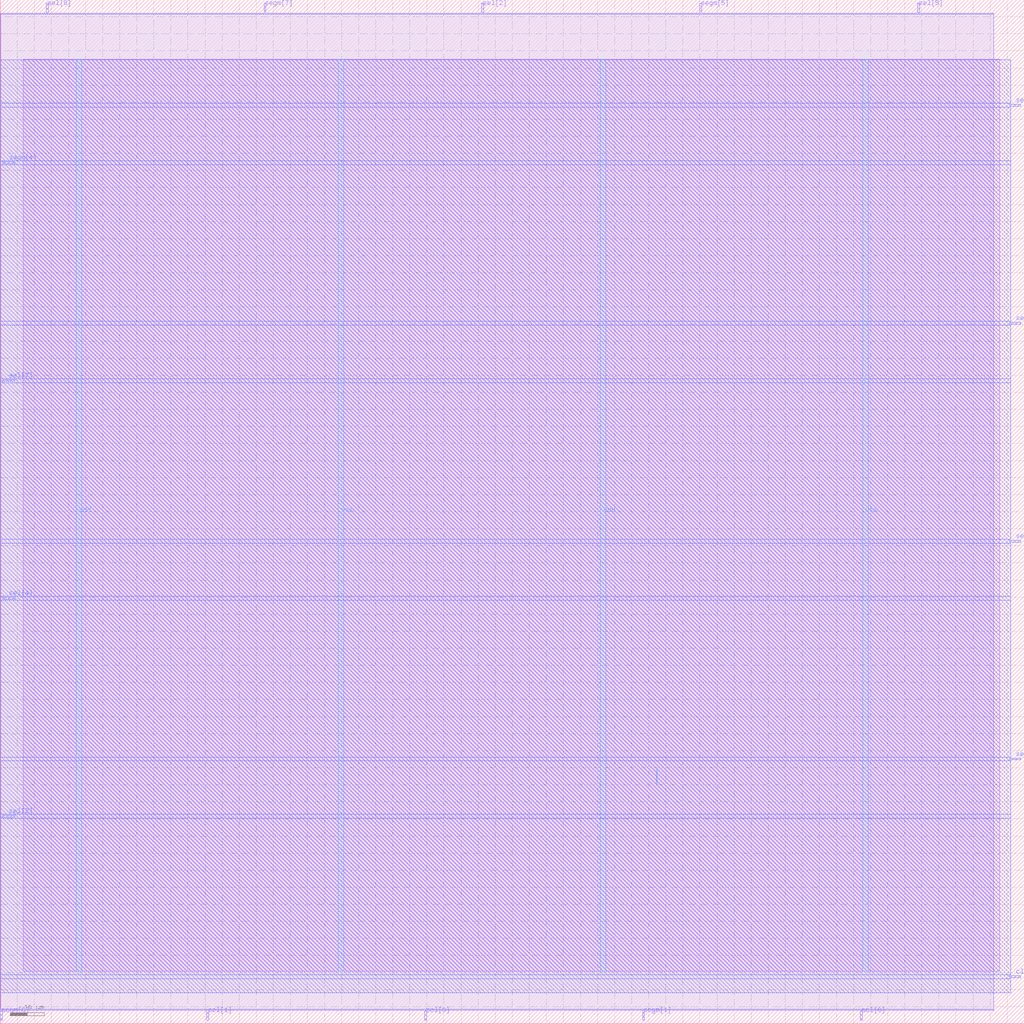
<source format=lef>
VERSION 5.7 ;
  NOWIREEXTENSIONATPIN ON ;
  DIVIDERCHAR "/" ;
  BUSBITCHARS "[]" ;
MACRO posoco2000
  CLASS BLOCK ;
  FOREIGN posoco2000 ;
  ORIGIN 0.000 0.000 ;
  SIZE 300.000 BY 300.000 ;
  PIN clk
    DIRECTION INPUT ;
    USE SIGNAL ;
    PORT
      LAYER Metal3 ;
        RECT 296.000 13.440 299.000 14.000 ;
    END
  END clk
  PIN segm[0]
    DIRECTION OUTPUT TRISTATE ;
    USE SIGNAL ;
    PORT
      LAYER Metal3 ;
        RECT 296.000 77.280 299.000 77.840 ;
    END
  END segm[0]
  PIN segm[1]
    DIRECTION OUTPUT TRISTATE ;
    USE SIGNAL ;
    PORT
      LAYER Metal2 ;
        RECT 188.160 1.000 188.720 4.000 ;
    END
  END segm[1]
  PIN segm[2]
    DIRECTION OUTPUT TRISTATE ;
    USE SIGNAL ;
    PORT
      LAYER Metal3 ;
        RECT 296.000 204.960 299.000 205.520 ;
    END
  END segm[2]
  PIN segm[3]
    DIRECTION OUTPUT TRISTATE ;
    USE SIGNAL ;
    PORT
      LAYER Metal3 ;
        RECT 296.000 268.800 299.000 269.360 ;
    END
  END segm[3]
  PIN segm[4]
    DIRECTION OUTPUT TRISTATE ;
    USE SIGNAL ;
    PORT
      LAYER Metal3 ;
        RECT 1.000 252.000 4.000 252.560 ;
    END
  END segm[4]
  PIN segm[5]
    DIRECTION OUTPUT TRISTATE ;
    USE SIGNAL ;
    PORT
      LAYER Metal2 ;
        RECT 204.960 296.000 205.520 299.000 ;
    END
  END segm[5]
  PIN segm[6]
    DIRECTION OUTPUT TRISTATE ;
    USE SIGNAL ;
    PORT
      LAYER Metal2 ;
        RECT 0.000 1.000 0.560 4.000 ;
    END
  END segm[6]
  PIN segm[7]
    DIRECTION OUTPUT TRISTATE ;
    USE SIGNAL ;
    PORT
      LAYER Metal2 ;
        RECT 77.280 296.000 77.840 299.000 ;
    END
  END segm[7]
  PIN sel[0]
    DIRECTION OUTPUT TRISTATE ;
    USE SIGNAL ;
    PORT
      LAYER Metal2 ;
        RECT 252.000 1.000 252.560 4.000 ;
    END
  END sel[0]
  PIN sel[1]
    DIRECTION OUTPUT TRISTATE ;
    USE SIGNAL ;
    PORT
      LAYER Metal2 ;
        RECT 60.480 1.000 61.040 4.000 ;
    END
  END sel[1]
  PIN sel[2]
    DIRECTION OUTPUT TRISTATE ;
    USE SIGNAL ;
    PORT
      LAYER Metal2 ;
        RECT 141.120 296.000 141.680 299.000 ;
    END
  END sel[2]
  PIN sel[3]
    DIRECTION OUTPUT TRISTATE ;
    USE SIGNAL ;
    PORT
      LAYER Metal3 ;
        RECT 1.000 60.480 4.000 61.040 ;
    END
  END sel[3]
  PIN sel[4]
    DIRECTION OUTPUT TRISTATE ;
    USE SIGNAL ;
    PORT
      LAYER Metal3 ;
        RECT 1.000 124.320 4.000 124.880 ;
    END
  END sel[4]
  PIN sel[5]
    DIRECTION OUTPUT TRISTATE ;
    USE SIGNAL ;
    PORT
      LAYER Metal2 ;
        RECT 268.800 296.000 269.360 299.000 ;
    END
  END sel[5]
  PIN sel[6]
    DIRECTION OUTPUT TRISTATE ;
    USE SIGNAL ;
    PORT
      LAYER Metal2 ;
        RECT 124.320 1.000 124.880 4.000 ;
    END
  END sel[6]
  PIN sel[7]
    DIRECTION OUTPUT TRISTATE ;
    USE SIGNAL ;
    PORT
      LAYER Metal3 ;
        RECT 1.000 188.160 4.000 188.720 ;
    END
  END sel[7]
  PIN sel[8]
    DIRECTION OUTPUT TRISTATE ;
    USE SIGNAL ;
    PORT
      LAYER Metal2 ;
        RECT 13.440 296.000 14.000 299.000 ;
    END
  END sel[8]
  PIN sel[9]
    DIRECTION OUTPUT TRISTATE ;
    USE SIGNAL ;
    PORT
      LAYER Metal3 ;
        RECT 296.000 141.120 299.000 141.680 ;
    END
  END sel[9]
  PIN vdd
    DIRECTION INOUT ;
    USE POWER ;
    PORT
      LAYER Metal4 ;
        RECT 22.240 15.380 23.840 282.540 ;
    END
    PORT
      LAYER Metal4 ;
        RECT 175.840 15.380 177.440 282.540 ;
    END
  END vdd
  PIN vss
    DIRECTION INOUT ;
    USE GROUND ;
    PORT
      LAYER Metal4 ;
        RECT 99.040 15.380 100.640 282.540 ;
    END
    PORT
      LAYER Metal4 ;
        RECT 252.640 15.380 254.240 282.540 ;
    END
  END vss
  OBS
      LAYER Metal1 ;
        RECT 6.720 15.380 292.880 282.540 ;
      LAYER Metal2 ;
        RECT 0.140 295.700 13.140 296.000 ;
        RECT 14.300 295.700 76.980 296.000 ;
        RECT 78.140 295.700 140.820 296.000 ;
        RECT 141.980 295.700 204.660 296.000 ;
        RECT 205.820 295.700 268.500 296.000 ;
        RECT 269.660 295.700 291.060 296.000 ;
        RECT 0.140 4.300 291.060 295.700 ;
        RECT 0.860 4.000 60.180 4.300 ;
        RECT 61.340 4.000 124.020 4.300 ;
        RECT 125.180 4.000 187.860 4.300 ;
        RECT 189.020 4.000 251.700 4.300 ;
        RECT 252.860 4.000 291.060 4.300 ;
      LAYER Metal3 ;
        RECT 0.090 269.660 296.000 282.380 ;
        RECT 0.090 268.500 295.700 269.660 ;
        RECT 0.090 252.860 296.000 268.500 ;
        RECT 0.090 251.700 0.700 252.860 ;
        RECT 4.300 251.700 296.000 252.860 ;
        RECT 0.090 205.820 296.000 251.700 ;
        RECT 0.090 204.660 295.700 205.820 ;
        RECT 0.090 189.020 296.000 204.660 ;
        RECT 0.090 187.860 0.700 189.020 ;
        RECT 4.300 187.860 296.000 189.020 ;
        RECT 0.090 141.980 296.000 187.860 ;
        RECT 0.090 140.820 295.700 141.980 ;
        RECT 0.090 125.180 296.000 140.820 ;
        RECT 0.090 124.020 0.700 125.180 ;
        RECT 4.300 124.020 296.000 125.180 ;
        RECT 0.090 78.140 296.000 124.020 ;
        RECT 0.090 76.980 295.700 78.140 ;
        RECT 0.090 61.340 296.000 76.980 ;
        RECT 0.090 60.180 0.700 61.340 ;
        RECT 4.300 60.180 296.000 61.340 ;
        RECT 0.090 14.300 296.000 60.180 ;
        RECT 0.090 13.140 295.700 14.300 ;
        RECT 0.090 9.100 296.000 13.140 ;
      LAYER Metal4 ;
        RECT 192.220 70.090 192.500 74.390 ;
  END
END posoco2000
END LIBRARY


</source>
